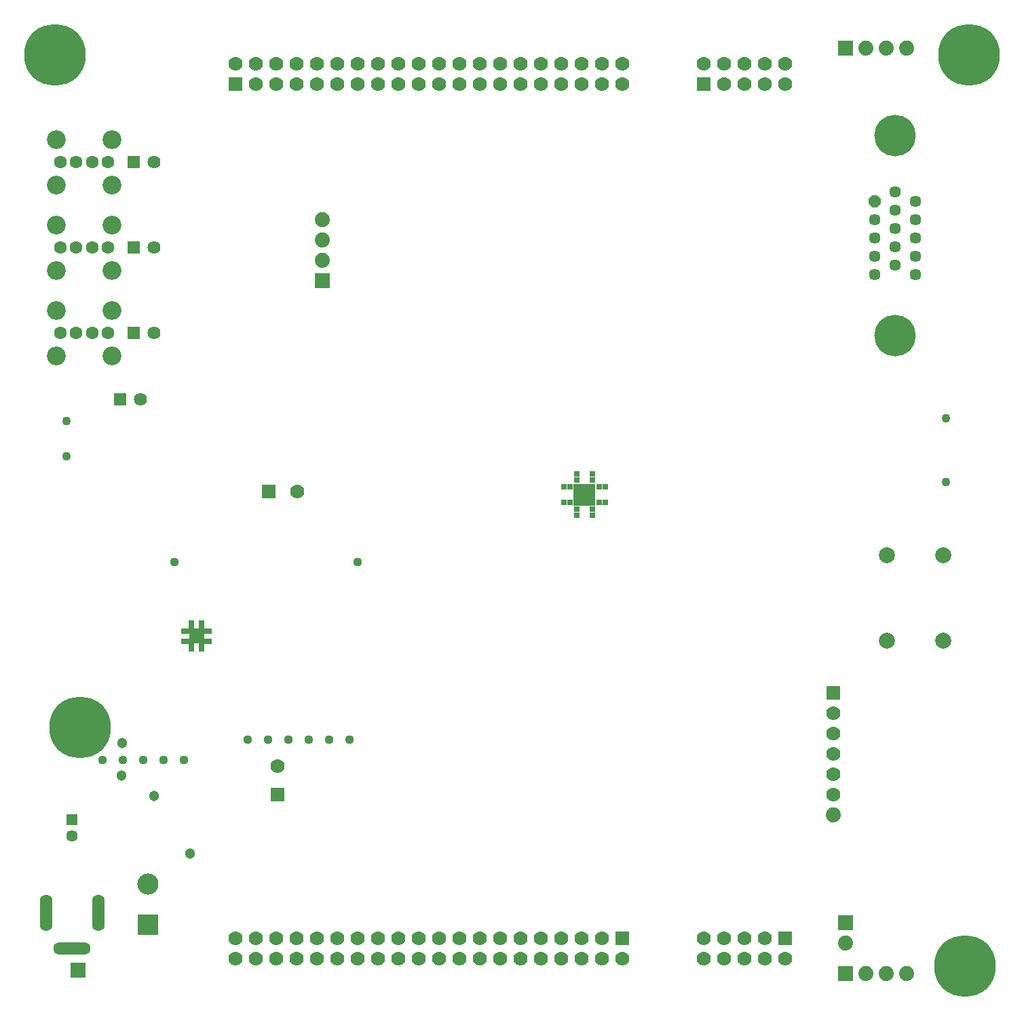
<source format=gbs>
G04 EAGLE Gerber RS-274X export*
G75*
%MOMM*%
%FSLAX34Y34*%
%LPD*%
%INBottom Solder Mask*%
%IPPOS*%
%AMOC8*
5,1,8,0,0,1.08239X$1,22.5*%
G01*
%ADD10C,1.601600*%
%ADD11R,1.879600X1.879600*%
%ADD12R,1.778000X1.778000*%
%ADD13C,1.778000*%
%ADD14R,1.451600X1.451600*%
%ADD15C,1.451600*%
%ADD16C,2.641600*%
%ADD17R,2.641600X2.641600*%
%ADD18R,0.706400X0.706400*%
%ADD19R,2.801600X2.801600*%
%ADD20R,1.625600X1.625600*%
%ADD21C,1.625600*%
%ADD22C,1.101600*%
%ADD23C,2.351600*%
%ADD24C,1.879600*%
%ADD25R,1.901600X1.901600*%
%ADD26P,1.571197X8X112.500000*%
%ADD27C,5.181600*%
%ADD28C,2.001600*%
%ADD29C,7.701600*%
%ADD30C,1.301600*%
%ADD31C,1.117600*%


D10*
X82550Y94744D03*
X17550Y94744D03*
X49550Y50244D03*
X17550Y99744D03*
X17550Y104744D03*
X17550Y89744D03*
X17550Y84744D03*
X17550Y109744D03*
X17550Y79744D03*
X82550Y99744D03*
X82550Y104744D03*
X82550Y109744D03*
X82550Y89744D03*
X82550Y84744D03*
X82550Y79744D03*
X44550Y50244D03*
X39550Y50244D03*
X34550Y50244D03*
X54550Y50244D03*
X59550Y50244D03*
X64550Y50244D03*
D11*
X57150Y23114D03*
D12*
X838200Y1130300D03*
D13*
X838200Y1155700D03*
X863600Y1130300D03*
X863600Y1155700D03*
X889000Y1130300D03*
X889000Y1155700D03*
X914400Y1130300D03*
X914400Y1155700D03*
X939800Y1130300D03*
X939800Y1155700D03*
D14*
X49530Y211168D03*
D15*
X49530Y191168D03*
D16*
X144780Y130810D03*
D17*
X144780Y80010D03*
D18*
X663102Y607220D03*
X671102Y607220D03*
X679102Y591220D03*
X679102Y599220D03*
X699102Y591220D03*
X699102Y599220D03*
X715102Y607220D03*
X707102Y607220D03*
X663102Y627220D03*
X671102Y627220D03*
X715102Y627220D03*
X707102Y627220D03*
X679102Y643220D03*
X679102Y635220D03*
X699102Y643220D03*
X699102Y635220D03*
D19*
X689102Y617220D03*
D20*
X109728Y735838D03*
D21*
X135128Y735838D03*
D22*
X43180Y709070D03*
X43180Y665070D03*
D20*
X127000Y1032510D03*
D21*
X152400Y1032510D03*
D23*
X29790Y1060800D03*
X29790Y1003800D03*
X99790Y1003800D03*
X99790Y1060800D03*
D10*
X34790Y1032300D03*
X54790Y1032300D03*
X74790Y1032300D03*
X94790Y1032300D03*
D23*
X29790Y954120D03*
X29790Y897120D03*
X99790Y897120D03*
X99790Y954120D03*
D10*
X34790Y925620D03*
X54790Y925620D03*
X74790Y925620D03*
X94790Y925620D03*
D20*
X127000Y925830D03*
D21*
X152400Y925830D03*
D23*
X29790Y847440D03*
X29790Y790440D03*
X99790Y790440D03*
X99790Y847440D03*
D10*
X34790Y818940D03*
X54790Y818940D03*
X74790Y818940D03*
X94790Y818940D03*
D20*
X127000Y819150D03*
D21*
X152400Y819150D03*
D11*
X361950Y884682D03*
D24*
X361950Y910082D03*
X361950Y935482D03*
X361950Y960882D03*
D25*
X204978Y440436D03*
D18*
X188978Y446936D03*
X194978Y446936D03*
X188978Y433936D03*
X194978Y433936D03*
X198478Y424436D03*
X198478Y430436D03*
X211478Y424436D03*
X211478Y430436D03*
X220978Y433936D03*
X214978Y433936D03*
X220978Y446936D03*
X214978Y446936D03*
X211478Y456436D03*
X211478Y450436D03*
X198478Y456436D03*
X198478Y450436D03*
D11*
X1014730Y19050D03*
D24*
X1040130Y19050D03*
X1065530Y19050D03*
X1090930Y19050D03*
D12*
X254000Y1130300D03*
D13*
X254000Y1155700D03*
X279400Y1130300D03*
X279400Y1155700D03*
X304800Y1130300D03*
X304800Y1155700D03*
X330200Y1130300D03*
X330200Y1155700D03*
X355600Y1130300D03*
X355600Y1155700D03*
X381000Y1130300D03*
X381000Y1155700D03*
X406400Y1130300D03*
X406400Y1155700D03*
X431800Y1130300D03*
X431800Y1155700D03*
X457200Y1130300D03*
X457200Y1155700D03*
X482600Y1130300D03*
X482600Y1155700D03*
X508000Y1130300D03*
X508000Y1155700D03*
X533400Y1130300D03*
X533400Y1155700D03*
X558800Y1130300D03*
X558800Y1155700D03*
X584200Y1130300D03*
X584200Y1155700D03*
X609600Y1155700D03*
X609600Y1130300D03*
X635000Y1130300D03*
X635000Y1155700D03*
X660400Y1155700D03*
X660400Y1130300D03*
X685800Y1130300D03*
X685800Y1155700D03*
X711200Y1155700D03*
X711200Y1130300D03*
X736600Y1130300D03*
X736600Y1155700D03*
D12*
X939800Y63500D03*
D13*
X939800Y38100D03*
X914400Y63500D03*
X914400Y38100D03*
X889000Y63500D03*
X889000Y38100D03*
X863600Y63500D03*
X863600Y38100D03*
X838200Y63500D03*
X838200Y38100D03*
D12*
X736600Y63500D03*
D13*
X736600Y38100D03*
X711200Y63500D03*
X711200Y38100D03*
X685800Y63500D03*
X685800Y38100D03*
X660400Y63500D03*
X660400Y38100D03*
X635000Y63500D03*
X635000Y38100D03*
X609600Y63500D03*
X609600Y38100D03*
X584200Y63500D03*
X584200Y38100D03*
X558800Y63500D03*
X558800Y38100D03*
X533400Y63500D03*
X533400Y38100D03*
X508000Y63500D03*
X508000Y38100D03*
X482600Y63500D03*
X482600Y38100D03*
X457200Y63500D03*
X457200Y38100D03*
X431800Y63500D03*
X431800Y38100D03*
X406400Y63500D03*
X406400Y38100D03*
X381000Y38100D03*
X381000Y63500D03*
X355600Y63500D03*
X355600Y38100D03*
X330200Y38100D03*
X330200Y63500D03*
X304800Y63500D03*
X304800Y38100D03*
X279400Y38100D03*
X279400Y63500D03*
X254000Y63500D03*
X254000Y38100D03*
D15*
X1076198Y903842D03*
X1076198Y926702D03*
X1076198Y949562D03*
X1076198Y972422D03*
X1076198Y995282D03*
X1050798Y892412D03*
X1050798Y915272D03*
X1050798Y938132D03*
X1050798Y960992D03*
D26*
X1050798Y983852D03*
D15*
X1101598Y892412D03*
X1101598Y915272D03*
X1101598Y938132D03*
X1101598Y960992D03*
X1101598Y983852D03*
D27*
X1076198Y815594D03*
X1076198Y1065530D03*
D28*
X1136340Y541500D03*
X1066340Y541500D03*
X1136340Y434820D03*
X1066340Y434820D03*
D29*
X1168840Y1166340D03*
D30*
X1198840Y1166340D03*
X1138840Y1166340D03*
X1168840Y1136340D03*
X1168840Y1196340D03*
X1189840Y1187340D03*
X1147840Y1187340D03*
X1147840Y1145340D03*
X1189840Y1145340D03*
D29*
X1163740Y28740D03*
D30*
X1193740Y28740D03*
X1133740Y28740D03*
X1163740Y-1260D03*
X1163740Y58740D03*
X1184740Y49740D03*
X1142740Y49740D03*
X1142740Y7740D03*
X1184740Y7740D03*
D29*
X28740Y1166340D03*
D30*
X58740Y1166340D03*
X-1260Y1166340D03*
X28740Y1136340D03*
X28740Y1196340D03*
X49740Y1187340D03*
X7740Y1187340D03*
X7740Y1145340D03*
X49740Y1145340D03*
D29*
X59840Y326540D03*
D30*
X89840Y326540D03*
X29840Y326540D03*
X59840Y296540D03*
X59840Y356540D03*
X80840Y347540D03*
X38840Y347540D03*
X38840Y305540D03*
X80840Y305540D03*
D12*
X295148Y620776D03*
D13*
X330708Y620776D03*
D12*
X305816Y242316D03*
D13*
X305816Y277876D03*
D12*
X999490Y369570D03*
D13*
X999490Y344170D03*
X999490Y318770D03*
X999490Y293370D03*
X999490Y267970D03*
X999490Y242570D03*
D11*
X1014730Y1174750D03*
D24*
X1040130Y1174750D03*
X1065530Y1174750D03*
X1090930Y1174750D03*
D31*
X396240Y311150D03*
X113030Y285750D03*
X189230Y285750D03*
X269240Y311150D03*
X163830Y285750D03*
X177800Y533400D03*
X87630Y285750D03*
X320040Y311150D03*
X406400Y533400D03*
X294640Y311150D03*
X370840Y311150D03*
X138430Y285750D03*
D24*
X999490Y217170D03*
D11*
X1014730Y82550D03*
D24*
X1014730Y57150D03*
D31*
X345440Y311150D03*
D22*
X1140050Y632592D03*
X1140050Y712592D03*
D30*
X111760Y266700D03*
X196850Y168656D03*
X152400Y241300D03*
X111809Y307340D03*
M02*

</source>
